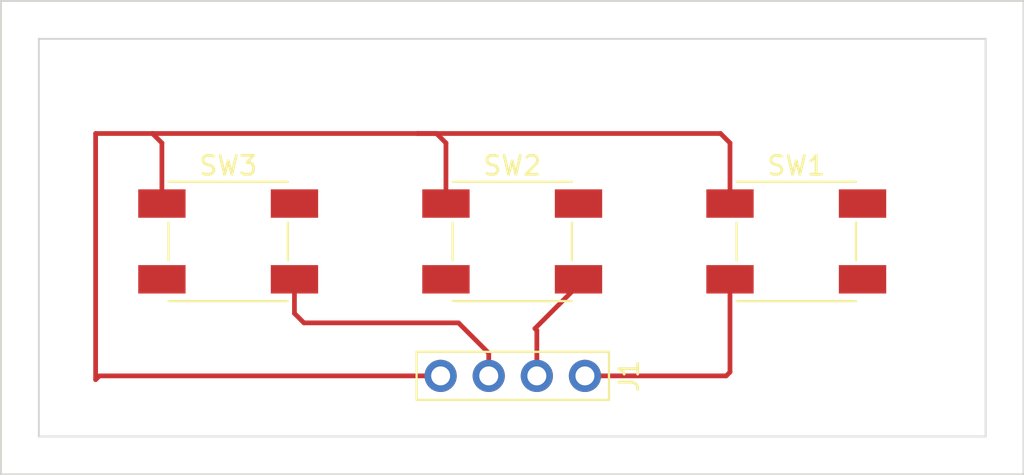
<source format=kicad_pcb>
(kicad_pcb (version 20221018) (generator pcbnew)
  (layers (0 "F.Cu" signal) (31 "B.Cu" signal) (34 "B.Paste" user) (35 "F.Paste" user) (36 "B.SilkS" user "B.Silkscreen") (37 "F.SilkS" user "F.Silkscreen") (38 "B.Mask" user) (39 "F.Mask" user) (44 "Edge.Cuts" user))
  (net 0 "")
  (net 1 "B2")
  (net 2 "B3")
  (net 3 "PWR_3V3")
  (net 4 "B1")
  (footprint "fab:Button_Omron_B3SN_6.0x6.0mm" (layer "F.Cu") (at 125 93.7)
    (fp_text reference "SW3" (at 0 -4) (layer "F.SilkS"))
    (fp_text value "Switch_Tactile_Omron")
    (fp_line (start -3.15 -3.15) (end 3.15 -3.15) (stroke (width 0.12)) (layer "F.SilkS"))
    (fp_line (start -3.15 1) (end -3.15 -1) (stroke (width 0.12)) (layer "F.SilkS"))
    (fp_line (start 3.15 -1) (end 3.15 1) (stroke (width 0.12)) (layer "F.SilkS"))
    (fp_line (start 3.15 3.15) (end -3.15 3.15) (stroke (width 0.12)) (layer "F.SilkS"))
    (pad "1" smd rect (at -3.5 -2) (size 2.5 1.5) (layers "F.Cu" "F.Paste" "F.Mask") (net 3 "PWR_3V3"))
    (pad "1" smd rect (at 3.5 -2) (size 2.5 1.5) (layers "F.Cu" "F.Paste" "F.Mask") (net 3 "PWR_3V3"))
    (pad "2" smd rect (at -3.5 2) (size 2.5 1.5) (layers "F.Cu" "F.Paste" "F.Mask") (net 2 "B3"))
    (pad "2" smd rect (at 3.5 2) (size 2.5 1.5) (layers "F.Cu" "F.Paste" "F.Mask") (net 2 "B3"))
  )
  (footprint "fab:Button_Omron_B3SN_6.0x6.0mm" (layer "F.Cu") (at 155 93.7)
    (fp_text reference "SW1" (at 0 -4) (layer "F.SilkS"))
    (fp_text value "Switch_Tactile_Omron")
    (fp_line (start -3.15 -3.15) (end 3.15 -3.15) (stroke (width 0.12)) (layer "F.SilkS"))
    (fp_line (start -3.15 1) (end -3.15 -1) (stroke (width 0.12)) (layer "F.SilkS"))
    (fp_line (start 3.15 -1) (end 3.15 1) (stroke (width 0.12)) (layer "F.SilkS"))
    (fp_line (start 3.15 3.15) (end -3.15 3.15) (stroke (width 0.12)) (layer "F.SilkS"))
    (pad "1" smd rect (at -3.5 -2) (size 2.5 1.5) (layers "F.Cu" "F.Paste" "F.Mask") (net 3 "PWR_3V3"))
    (pad "1" smd rect (at 3.5 -2) (size 2.5 1.5) (layers "F.Cu" "F.Paste" "F.Mask") (net 3 "PWR_3V3"))
    (pad "2" smd rect (at -3.5 2) (size 2.5 1.5) (layers "F.Cu" "F.Paste" "F.Mask") (net 4 "B1"))
    (pad "2" smd rect (at 3.5 2) (size 2.5 1.5) (layers "F.Cu" "F.Paste" "F.Mask") (net 4 "B1"))
  )
  (footprint "fab:PinHeader_1x04_P2.54mm_Vertical_THT_D1mm" (layer "F.Cu") (at 143.84 100.8 -90)
    (fp_text reference "J1" (at 0 -2.33 90) (layer "F.SilkS"))
    (fp_text value "Conn_PinHeader_1x04_P2.54mm_Vertical_THT_D1mm" hide)
    (fp_line (start -1.27 -1.27) (end -1.27 8.89) (stroke (width 0.12)) (layer "F.SilkS"))
    (fp_line (start -1.27 -1.27) (end 1.27 -1.27) (stroke (width 0.12)) (layer "F.SilkS"))
    (fp_line (start -1.27 8.89) (end 1.27 8.89) (stroke (width 0.12)) (layer "F.SilkS"))
    (fp_line (start 1.27 -1.27) (end 1.27 8.89) (stroke (width 0.12)) (layer "F.SilkS"))
    (pad "1" thru_hole oval (at 0 0 270) (size 1.7 1.7) (drill 1) (layers "*.Cu" "*.Mask") (net 4 "B1"))
    (pad "2" thru_hole oval (at 0 2.54 270) (size 1.7 1.7) (drill 1) (layers "*.Cu" "*.Mask") (net 1 "B2"))
    (pad "3" thru_hole oval (at 0 5.08 270) (size 1.7 1.7) (drill 1) (layers "*.Cu" "*.Mask") (net 2 "B3"))
    (pad "4" thru_hole oval (at 0 7.62 270) (size 1.7 1.7) (drill 1) (layers "*.Cu" "*.Mask") (net 3 "PWR_3V3"))
  )
  (footprint "fab:Button_Omron_B3SN_6.0x6.0mm" (layer "F.Cu") (at 140 93.7)
    (fp_text reference "SW2" (at 0 -4) (layer "F.SilkS"))
    (fp_text value "Switch_Tactile_Omron")
    (fp_line (start -3.15 -3.15) (end 3.15 -3.15) (stroke (width 0.12)) (layer "F.SilkS"))
    (fp_line (start -3.15 1) (end -3.15 -1) (stroke (width 0.12)) (layer "F.SilkS"))
    (fp_line (start 3.15 -1) (end 3.15 1) (stroke (width 0.12)) (layer "F.SilkS"))
    (fp_line (start 3.15 3.15) (end -3.15 3.15) (stroke (width 0.12)) (layer "F.SilkS"))
    (pad "1" smd rect (at -3.5 -2) (size 2.5 1.5) (layers "F.Cu" "F.Paste" "F.Mask") (net 3 "PWR_3V3"))
    (pad "1" smd rect (at 3.5 -2) (size 2.5 1.5) (layers "F.Cu" "F.Paste" "F.Mask") (net 3 "PWR_3V3"))
    (pad "2" smd rect (at -3.5 2) (size 2.5 1.5) (layers "F.Cu" "F.Paste" "F.Mask") (net 1 "B2"))
    (pad "2" smd rect (at 3.5 2) (size 2.5 1.5) (layers "F.Cu" "F.Paste" "F.Mask") (net 1 "B2"))
  )
  (gr_line (start 113 81) (end 167 81) (stroke (width 0.1)) (layer "Edge.Cuts"))
  (gr_line (start 167 106) (end 113 106) (stroke (width 0.1)) (layer "Edge.Cuts"))
  (gr_line (start 165 104) (end 165 83) (stroke (width 0.1)) (layer "Edge.Cuts"))
  (gr_line (start 167 81) (end 167 106) (stroke (width 0.1)) (layer "Edge.Cuts"))
  (gr_line (start 113 106) (end 113 81) (stroke (width 0.1)) (layer "Edge.Cuts"))
  (gr_line (start 115 104) (end 165 104) (stroke (width 0.1)) (layer "Edge.Cuts"))
  (gr_line (start 115 83) (end 115 104) (stroke (width 0.1)) (layer "Edge.Cuts"))
  (gr_line (start 165 83) (end 115 83) (stroke (width 0.1)) (layer "Edge.Cuts"))
  (segment (start 143.5 96) (end 141.2 98.3) (width 0.25) (layer "F.Cu") (net 1))
  (segment (start 143.5 95.7) (end 143.5 96) (width 0.25) (layer "F.Cu") (net 1))
  (segment (start 141.2 98.3) (end 141.3 98.4) (width 0.25) (layer "F.Cu") (net 1))
  (segment (start 141.3 98.4) (end 141.3 100.8) (width 0.25) (layer "F.Cu") (net 1))
  (segment (start 129 98) (end 137.162081 98) (width 0.25) (layer "F.Cu") (net 2))
  (segment (start 138.76 99.597919) (end 138.76 100.8) (width 0.25) (layer "F.Cu") (net 2))
  (segment (start 137.162081 98) (end 138.76 99.597919) (width 0.25) (layer "F.Cu") (net 2))
  (segment (start 128.5 95.7) (end 128.5 97.5) (width 0.25) (layer "F.Cu") (net 2))
  (segment (start 128.5 97.5) (end 129 98) (width 0.25) (layer "F.Cu") (net 2))
  (segment (start 121.5 88.5) (end 121 88) (width 0.25) (layer "F.Cu") (net 3))
  (segment (start 136.22 100.8) (end 118.2 100.8) (width 0.25) (layer "F.Cu") (net 3))
  (segment (start 118 88) (end 121 88) (width 0.25) (layer "F.Cu") (net 3))
  (segment (start 151 88) (end 135 88) (width 0.25) (layer "F.Cu") (net 3))
  (segment (start 151.5 88.5) (end 151 88) (width 0.25) (layer "F.Cu") (net 3))
  (segment (start 136.5 88.5) (end 136 88) (width 0.25) (layer "F.Cu") (net 3))
  (segment (start 121.5 91.7) (end 121.5 88.5) (width 0.25) (layer "F.Cu") (net 3))
  (segment (start 135 88) (end 136 88) (width 0.25) (layer "F.Cu") (net 3))
  (segment (start 118 101) (end 118 88) (width 0.25) (layer "F.Cu") (net 3))
  (segment (start 118.2 100.8) (end 118 101) (width 0.25) (layer "F.Cu") (net 3))
  (segment (start 151.5 91.7) (end 151.5 88.5) (width 0.25) (layer "F.Cu") (net 3))
  (segment (start 136.5 91.7) (end 136.5 88.5) (width 0.25) (layer "F.Cu") (net 3))
  (segment (start 121 88) (end 135 88) (width 0.25) (layer "F.Cu") (net 3))
  (segment (start 151.3 100.8) (end 151.5 100.6) (width 0.25) (layer "F.Cu") (net 4))
  (segment (start 151.5 100.6) (end 151.5 95.7) (width 0.25) (layer "F.Cu") (net 4))
  (segment (start 143.84 100.8) (end 151.3 100.8) (width 0.25) (layer "F.Cu") (net 4))
)
</source>
